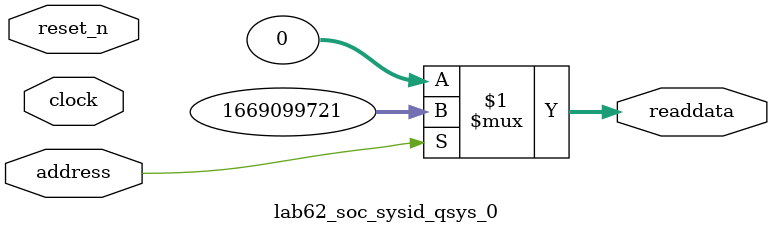
<source format=v>



// synthesis translate_off
`timescale 1ns / 1ps
// synthesis translate_on

// turn off superfluous verilog processor warnings 
// altera message_level Level1 
// altera message_off 10034 10035 10036 10037 10230 10240 10030 

module lab62_soc_sysid_qsys_0 (
               // inputs:
                address,
                clock,
                reset_n,

               // outputs:
                readdata
             )
;

  output  [ 31: 0] readdata;
  input            address;
  input            clock;
  input            reset_n;

  wire    [ 31: 0] readdata;
  //control_slave, which is an e_avalon_slave
  assign readdata = address ? 1669099721 : 0;

endmodule



</source>
